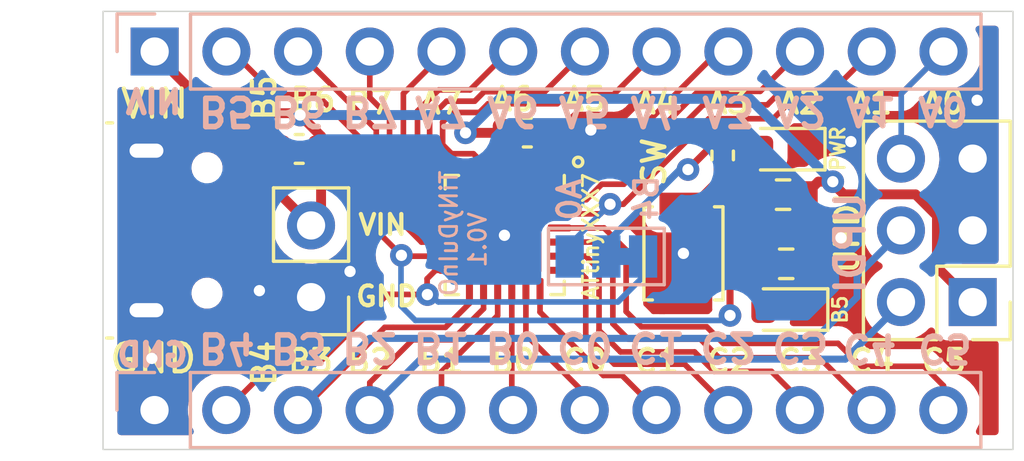
<source format=kicad_pcb>
(kicad_pcb (version 20211014) (generator pcbnew)
  (layers (0 "F.Cu" signal) (31 "B.Cu" signal) (34 "B.Paste" user) (35 "F.Paste" user) (36 "B.SilkS" user "B.Silkscreen") (37 "F.SilkS" user "F.Silkscreen") (38 "B.Mask" user) (39 "F.Mask" user) (44 "Edge.Cuts" user))
  (net 0 "")
  (net 1 "GND")
  (net 2 "Net-(D1-Pad2)")
  (net 3 "Net-(D2-Pad2)")
  (net 4 "Net-(R3-Pad2)")
  (net 5 "/B5")
  (net 6 "/B4")
  (net 7 "/B3")
  (net 8 "/B2")
  (net 9 "/B1")
  (net 10 "/C0")
  (net 11 "/C1")
  (net 12 "/C2")
  (net 13 "/C3")
  (net 14 "/A0")
  (net 15 "/B0")
  (net 16 "/A7")
  (net 17 "/A6")
  (net 18 "/A5")
  (net 19 "/A4")
  (net 20 "/A3")
  (net 21 "/A2")
  (net 22 "/A1")
  (net 23 "/B6")
  (net 24 "/B7")
  (net 25 "/C4")
  (net 26 "/C5")
  (net 27 "/sw_p")
  (net 28 "/VCC")
  (footprint "LED_SMD:LED_0603_1608Metric" (layer "F.Cu") (at 134.02 72.04 180)
    (fp_text reference "D1" hide)
    (fp_text value "PWR" hide)
    (fp_line (start 0.8 -0.735) (end -1.485 -0.735) (layer "F.SilkS") (width 0.12))
    (fp_line (start -1.485 0.735) (end 0.8 0.735) (layer "F.SilkS") (width 0.12))
    (fp_line (start -1.485 -0.735) (end -1.485 0.735) (layer "F.SilkS") (width 0.12))
    (pad "1" smd roundrect (at -0.7875 0 180) (size 0.875 0.95) (layers "F.Cu" "F.Paste" "F.Mask") (net 1 "GND"))
    (pad "2" smd roundrect (at 0.7875 0 180) (size 0.875 0.95) (layers "F.Cu" "F.Paste" "F.Mask") (net 2 "Net-(D1-Pad2)"))
  )
  (footprint "Connector_PinHeader_2.54mm:PinHeader_2x03_P2.54mm_Vertical" (layer "F.Cu") (at 140.735 77.455 180)
    (fp_text reference "J3" hide)
    (fp_text value "UPDI" hide)
    (fp_line (start -1.33 0) (end -1.33 -1.33) (layer "F.SilkS") (width 0.12))
    (fp_line (start -1.33 -1.33) (end 0 -1.33) (layer "F.SilkS") (width 0.12))
    (fp_line (start 3.87 -1.33) (end 3.87 6.41) (layer "F.SilkS") (width 0.12))
    (fp_line (start -1.33 1.27) (end -1.33 6.41) (layer "F.SilkS") (width 0.12))
    (fp_line (start -1.33 1.27) (end 1.27 1.27) (layer "F.SilkS") (width 0.12))
    (fp_line (start -1.33 6.41) (end 3.87 6.41) (layer "F.SilkS") (width 0.12))
    (fp_line (start 1.27 -1.33) (end 3.87 -1.33) (layer "F.SilkS") (width 0.12))
    (fp_line (start 1.27 1.27) (end 1.27 -1.33) (layer "F.SilkS") (width 0.12))
    (pad "1" thru_hole rect (at 0 0 180) (size 1.7 1.7) (drill 1) (layers *.Cu *.Mask) (net 28 "/VCC"))
    (pad "2" thru_hole oval (at 2.54 0 180) (size 1.7 1.7) (drill 1) (layers *.Cu *.Mask) (net 8 "/B2"))
    (pad "3" thru_hole oval (at 0 2.54 180) (size 1.7 1.7) (drill 1) (layers *.Cu *.Mask) (net 1 "GND"))
    (pad "4" thru_hole oval (at 2.54 2.54 180) (size 1.7 1.7) (drill 1) (layers *.Cu *.Mask) (net 7 "/B3"))
    (pad "5" thru_hole oval (at 0 5.08 180) (size 1.7 1.7) (drill 1) (layers *.Cu *.Mask) (net 1 "GND"))
    (pad "6" thru_hole oval (at 2.54 5.08 180) (size 1.7 1.7) (drill 1) (layers *.Cu *.Mask) (net 14 "/A0"))
  )
  (footprint "Capacitor_SMD:C_0603_1608Metric" (layer "F.Cu") (at 116.88 72.03 180)
    (fp_text reference "C1" hide)
    (fp_text value "10u" hide)
    (fp_line (start -0.14058 -0.51) (end 0.14058 -0.51) (layer "F.SilkS") (width 0.12))
    (fp_line (start -0.14058 0.51) (end 0.14058 0.51) (layer "F.SilkS") (width 0.12))
    (pad "1" smd roundrect (at -0.775 0 180) (size 0.9 0.95) (layers "F.Cu" "F.Paste" "F.Mask") (net 28 "/VCC"))
    (pad "2" smd roundrect (at 0.775 0 180) (size 0.9 0.95) (layers "F.Cu" "F.Paste" "F.Mask") (net 1 "GND"))
  )
  (footprint "Resistor_SMD:R_0603_1608Metric" (layer "F.Cu") (at 134.02 73.65)
    (fp_text reference "R1" hide)
    (fp_text value "1k" hide)
    (fp_line (start -0.237258 0.5225) (end 0.237258 0.5225) (layer "F.SilkS") (width 0.12))
    (fp_line (start -0.237258 -0.5225) (end 0.237258 -0.5225) (layer "F.SilkS") (width 0.12))
    (pad "1" smd roundrect (at -0.825 0) (size 0.8 0.95) (layers "F.Cu" "F.Paste" "F.Mask") (net 2 "Net-(D1-Pad2)"))
    (pad "2" smd roundrect (at 0.825 0) (size 0.8 0.95) (layers "F.Cu" "F.Paste" "F.Mask") (net 28 "/VCC"))
  )
  (footprint "Capacitor_SMD:C_0603_1608Metric" (layer "F.Cu") (at 124.96 71.45)
    (fp_text reference "C2" hide)
    (fp_text value "100n" hide)
    (fp_line (start -0.14058 0.51) (end 0.14058 0.51) (layer "F.SilkS") (width 0.12))
    (fp_line (start -0.14058 -0.51) (end 0.14058 -0.51) (layer "F.SilkS") (width 0.12))
    (pad "1" smd roundrect (at -0.775 0) (size 0.9 0.95) (layers "F.Cu" "F.Paste" "F.Mask") (net 28 "/VCC"))
    (pad "2" smd roundrect (at 0.775 0) (size 0.9 0.95) (layers "F.Cu" "F.Paste" "F.Mask") (net 1 "GND"))
  )
  (footprint "LED_SMD:LED_0603_1608Metric" (layer "F.Cu") (at 134.12 77.72 180)
    (fp_text reference "D2" hide)
    (fp_text value "B5" hide)
    (fp_line (start 0.8 -0.735) (end -1.485 -0.735) (layer "F.SilkS") (width 0.12))
    (fp_line (start -1.485 -0.735) (end -1.485 0.735) (layer "F.SilkS") (width 0.12))
    (fp_line (start -1.485 0.735) (end 0.8 0.735) (layer "F.SilkS") (width 0.12))
    (pad "1" smd roundrect (at -0.7875 0 180) (size 0.875 0.95) (layers "F.Cu" "F.Paste" "F.Mask") (net 1 "GND"))
    (pad "2" smd roundrect (at 0.7875 0 180) (size 0.875 0.95) (layers "F.Cu" "F.Paste" "F.Mask") (net 3 "Net-(D2-Pad2)"))
  )
  (footprint "Resistor_SMD:R_0402_1005Metric" (layer "F.Cu") (at 131.88 72.26 -90)
    (fp_text reference "R3" hide)
    (fp_text value "1k" hide)
    (fp_line (start -0.153641 -0.38) (end 0.153641 -0.38) (layer "F.SilkS") (width 0.12))
    (fp_line (start -0.153641 0.38) (end 0.153641 0.38) (layer "F.SilkS") (width 0.12))
    (pad "1" smd roundrect (at -0.51 0 270) (size 0.54 0.64) (layers "F.Cu" "F.Paste" "F.Mask") (net 27 "/sw_p"))
    (pad "2" smd roundrect (at 0.51 0 270) (size 0.54 0.64) (layers "F.Cu" "F.Paste" "F.Mask") (net 4 "Net-(R3-Pad2)"))
  )
  (footprint "Package_DFN_QFN:QFN-24-1EP_4x4mm_P0.5mm_EP2.6x2.6mm" (layer "F.Cu") (at 124.16 75.08 -90)
    (fp_text reference "U1" hide)
    (fp_text value "ATtiny1617-M" hide)
    (fp_line (start 1.635 -2.11) (end 2.11 -2.11) (layer "F.SilkS") (width 0.12))
    (fp_line (start 1.635 2.11) (end 2.11 2.11) (layer "F.SilkS") (width 0.12))
    (fp_line (start -1.635 2.11) (end -2.11 2.11) (layer "F.SilkS") (width 0.12))
    (fp_line (start -2.11 2.11) (end -2.11 1.635) (layer "F.SilkS") (width 0.12))
    (fp_line (start 2.11 -2.11) (end 2.11 -1.635) (layer "F.SilkS") (width 0.12))
    (fp_line (start -1.635 -2.11) (end -2.11 -2.11) (layer "F.SilkS") (width 0.12))
    (fp_line (start 2.11 2.11) (end 2.11 1.635) (layer "F.SilkS") (width 0.12))
    (pad "1" smd roundrect (at -1.9375 -1.25 270) (size 0.825 0.25) (layers "F.Cu" "F.Paste" "F.Mask") (net 21 "/A2"))
    (pad "2" smd roundrect (at -1.9375 -0.75 270) (size 0.825 0.25) (layers "F.Cu" "F.Paste" "F.Mask") (net 20 "/A3"))
    (pad "3" smd roundrect (at -1.9375 -0.25 270) (size 0.825 0.25) (layers "F.Cu" "F.Paste" "F.Mask") (net 1 "GND"))
    (pad "4" smd roundrect (at -1.9375 0.25 270) (size 0.825 0.25) (layers "F.Cu" "F.Paste" "F.Mask") (net 28 "/VCC"))
    (pad "5" smd roundrect (at -1.9375 0.75 270) (size 0.825 0.25) (layers "F.Cu" "F.Paste" "F.Mask") (net 19 "/A4"))
    (pad "6" smd roundrect (at -1.9375 1.25 270) (size 0.825 0.25) (layers "F.Cu" "F.Paste" "F.Mask") (net 18 "/A5"))
    (pad "7" smd roundrect (at -1.25 1.9375 270) (size 0.25 0.825) (layers "F.Cu" "F.Paste" "F.Mask") (net 17 "/A6"))
    (pad "8" smd roundrect (at -0.75 1.9375 270) (size 0.25 0.825) (layers "F.Cu" "F.Paste" "F.Mask") (net 16 "/A7"))
    (pad "9" smd roundrect (at -0.25 1.9375 270) (size 0.25 0.825) (layers "F.Cu" "F.Paste" "F.Mask") (net 24 "/B7"))
    (pad "10" smd roundrect (at 0.25 1.9375 270) (size 0.25 0.825) (layers "F.Cu" "F.Paste" "F.Mask") (net 23 "/B6"))
    (pad "11" smd roundrect (at 0.75 1.9375 270) (size 0.25 0.825) (layers "F.Cu" "F.Paste" "F.Mask") (net 5 "/B5"))
    (pad "12" smd roundrect (at 1.25 1.9375 270) (size 0.25 0.825) (layers "F.Cu" "F.Paste" "F.Mask") (net 6 "/B4"))
    (pad "13" smd roundrect (at 1.9375 1.25 270) (size 0.825 0.25) (layers "F.Cu" "F.Paste" "F.Mask") (net 7 "/B3"))
    (pad "14" smd roundrect (at 1.9375 0.75 270) (size 0.825 0.25) (layers "F.Cu" "F.Paste" "F.Mask") (net 8 "/B2"))
    (pad "15" smd roundrect (at 1.9375 0.25 270) (size 0.825 0.25) (layers "F.Cu" "F.Paste" "F.Mask") (net 9 "/B1"))
    (pad "16" smd roundrect (at 1.9375 -0.25 270) (size 0.825 0.25) (layers "F.Cu" "F.Paste" "F.Mask") (net 15 "/B0"))
    (pad "17" smd roundrect (at 1.9375 -0.75 270) (size 0.825 0.25) (layers "F.Cu" "F.Paste" "F.Mask") (net 10 "/C0"))
    (pad "18" smd roundrect (at 1.9375 -1.25 270) (size 0.825 0.25) (layers "F.Cu" "F.Paste" "F.Mask") (net 11 "/C1"))
    (pad "19" smd roundrect (at 1.25 -1.9375 270) (size 0.25 0.825) (layers "F.Cu" "F.Paste" "F.Mask") (net 12 "/C2"))
    (pad "20" smd roundrect (at 0.75 -1.9375 270) (size 0.25 0.825) (layers "F.Cu" "F.Paste" "F.Mask") (net 13 "/C3"))
    (pad "21" smd roundrect (at 0.25 -1.9375 270) (size 0.25 0.825) (layers "F.Cu" "F.Paste" "F.Mask") (net 25 "/C4"))
    (pad "22" smd roundrect (at -0.25 -1.9375 270) (size 0.25 0.825) (layers "F.Cu" "F.Paste" "F.Mask") (net 26 "/C5"))
    (pad "23" smd roundrect (at -0.75 -1.9375 270) (size 0.25 0.825) (layers "F.Cu" "F.Paste" "F.Mask") (net 14 "/A0"))
    (pad "24" smd roundrect (at -1.25 -1.9375 270) (size 0.25 0.825) (layers "F.Cu" "F.Paste" "F.Mask") (net 22 "/A1"))
    (pad "25" smd rect (at 0 0 270) (size 2.6 2.6) (layers "F.Cu" "F.Mask") (net 1 "GND"))
  )
  (footprint "Resistor_SMD:R_0603_1608Metric" (layer "F.Cu") (at 134.13 76.1 180)
    (fp_text reference "R2" hide)
    (fp_text value "1k" hide)
    (fp_line (start -0.237258 -0.5225) (end 0.237258 -0.5225) (layer "F.SilkS") (width 0.12))
    (fp_line (start -0.237258 0.5225) (end 0.237258 0.5225) (layer "F.SilkS") (width 0.12))
    (pad "1" smd roundrect (at -0.825 0 180) (size 0.8 0.95) (layers "F.Cu" "F.Paste" "F.Mask") (net 3 "Net-(D2-Pad2)"))
    (pad "2" smd roundrect (at 0.825 0 180) (size 0.8 0.95) (layers "F.Cu" "F.Paste" "F.Mask") (net 5 "/B5"))
  )
  (footprint "Connector_PinHeader_2.54mm:PinHeader_1x02_P2.54mm_Vertical" (layer "F.Cu") (at 117.3 77.28 180)
    (fp_text reference "J2" hide)
    (fp_text value "PWR_CONN" hide)
    (fp_line (start -1.33 -1.33) (end 0 -1.33) (layer "F.SilkS") (width 0.12))
    (fp_line (start -1.33 3.87) (end 1.33 3.87) (layer "F.SilkS") (width 0.12))
    (fp_line (start 1.33 1.27) (end 1.33 3.87) (layer "F.SilkS") (width 0.12))
    (fp_line (start -1.33 1.27) (end -1.33 3.87) (layer "F.SilkS") (width 0.12))
    (fp_line (start -1.33 1.27) (end 1.33 1.27) (layer "F.SilkS") (width 0.12))
    (fp_line (start -1.33 0) (end -1.33 -1.33) (layer "F.SilkS") (width 0.12))
    (pad "1" thru_hole rect (at 0 0 180) (size 1.7 1.7) (drill 1) (layers *.Cu *.Mask) (net 1 "GND"))
    (pad "2" thru_hole oval (at 0 2.54 180) (size 1.7 1.7) (drill 1) (layers *.Cu *.Mask) (net 28 "/VCC"))
  )
  (footprint "Button_Switch_SMD:SW_SPST_B3U-1000P" (layer "F.Cu") (at 130.49 75.73 -90)
    (fp_text reference "SW1" hide)
    (fp_text value "SW" hide)
    (fp_line (start 1.65 -1.4) (end 1.65 -1.1) (layer "F.SilkS") (width 0.12))
    (fp_line (start -1.65 1.1) (end -1.65 1.4) (layer "F.SilkS") (width 0.12))
    (fp_line (start -1.65 -1.4) (end 1.65 -1.4) (layer "F.SilkS") (width 0.12))
    (fp_line (start -1.65 -1.1) (end -1.65 -1.4) (layer "F.SilkS") (width 0.12))
    (fp_line (start 1.65 1.4) (end 1.65 1.1) (layer "F.SilkS") (width 0.12))
    (fp_line (start -1.65 1.4) (end 1.65 1.4) (layer "F.SilkS") (width 0.12))
    (pad "1" smd rect (at -1.7 0 270) (size 0.9 1.7) (layers "F.Cu" "F.Paste" "F.Mask") (net 4 "Net-(R3-Pad2)"))
    (pad "2" smd rect (at 1.7 0 270) (size 0.9 1.7) (layers "F.Cu" "F.Paste" "F.Mask") (net 1 "GND"))
  )
  (footprint "MUP-U513:MUP-U513" (layer "F.Cu") (at 112.42 74.9174 -90)
    (fp_text reference "J1" hide)
    (fp_text value "USB_B_Micro" hide)
    (fp_line (start 3.81 2.36) (end 3.81 2.15) (layer "F.SilkS") (width 0.12))
    (fp_line (start -3.81 2.36) (end -3.81 2.15) (layer "F.SilkS") (width 0.12))
    (pad "" np_thru_hole circle (at 2.222 -1.2 270) (size 0.6 0.6) (drill 0.6) (layers F&B.Cu *.Mask) (clearance 0.001))
    (pad "" np_thru_hole circle (at -2.222 -1.2 270) (size 0.6 0.6) (drill 0.6) (layers F&B.Cu *.Mask) (clearance 0.001))
    (pad "1" smd rect (at -1.3 -1.775 270) (size 0.4 1.45) (layers "F.Cu" "F.Paste" "F.Mask") (net 28 "/VCC"))
    (pad "2" smd rect (at -0.65 -1.775 270) (size 0.4 1.45) (layers "F.Cu" "F.Paste" "F.Mask"))
    (pad "3" smd rect (at 0 -1.775 270) (size 0.4 1.45) (layers "F.Cu" "F.Paste" "F.Mask"))
    (pad "4" smd rect (at 0.65 -1.775 270) (size 0.4 1.45) (layers "F.Cu" "F.Paste" "F.Mask"))
    (pad "5" smd rect (at 1.3 -1.775 270) (size 0.4 1.45) (layers "F.Cu" "F.Paste" "F.Mask") (net 1 "GND"))
    (pad "6" smd rect (at 3.6 -1.6 270) (size 1.5 1.6) (layers "F.Cu" "F.Paste" "F.Mask") (net 1 "GND"))
    (pad "6" smd rect (at -1.05 0.95 270) (size 1.6 1.9) (layers "F.Cu" "F.Paste" "F.Mask") (net 1 "GND"))
    (pad "6" smd rect (at 1.05 0.95 270) (size 1.6 1.9) (layers "F.Cu" "F.Paste" "F.Mask") (net 1 "GND"))
    (pad "6" thru_hole oval (at 2.825 0.95 270) (size 1.1 1.8) (drill oval 0.5 1.2) (layers *.Cu *.Mask) (net 1 "GND"))
    (pad "6" smd rect (at -3.6 -1.6 270) (size 1.5 1.6) (layers "F.Cu" "F.Paste" "F.Mask") (net 1 "GND"))
    (pad "6" thru_hole oval (at -2.825 0.95 90) (size 1.1 1.8) (drill oval 0.5 1.2) (layers *.Cu *.Mask) (net 1 "GND"))
  )
  (footprint "Jumper:SolderJumper-3_P1.3mm_Bridged12_Pad1.0x1.5mm_NumberLabels" (layer "B.Cu") (at 127.76 75.84 180)
    (fp_text reference "JP1" hide)
    (fp_text value "SolderJumper")
    (fp_text user "B4" (at -1.42 2.07 90) (layer "B.SilkS") (effects (font (size 0.8 0.8)) (justify mirror)))
    (fp_text user "A0" (at 1.3 2.01 90) (layer "B.SilkS") (effects (font (size 0.8 0.8)) (justify mirror)))
    (fp_poly (pts (xy -0.9 0.3) (xy -0.4 0.3) (xy -0.4 -0.3) (xy -0.9 -0.3)) (layer "B.Cu") (width 0) (fill solid))
    (fp_line (start 2.05 1) (end 2.05 -1) (layer "B.SilkS") (width 0.12))
    (fp_line (start 2.05 -1) (end -2.05 -1) (layer "B.SilkS") (width 0.12))
    (fp_line (start -2.05 -1) (end -2.05 1) (layer "B.SilkS") (width 0.12))
    (fp_line (start -2.05 1) (end 2.05 1) (layer "B.SilkS") (width 0.12))
    (pad "1" smd rect (at -1.3 0 180) (size 1 1.5) (layers "B.Cu" "B.Mask") (net 6 "/B4"))
    (pad "2" smd rect (at 0 0 180) (size 1 1.5) (layers "B.Cu" "B.Mask") (net 27 "/sw_p"))
    (pad "3" smd rect (at 1.3 0 180) (size 1 1.5) (layers "B.Cu" "B.Mask") (net 14 "/A0"))
  )
  (footprint "Connector_PinHeader_2.54mm:PinHeader_1x12_P2.54mm_Vertical" (layer "B.Cu") (at 111.76 68.58 -90)
    (fp_text reference "J5" hide)
    (fp_text value "Conn" hide)
    (fp_line (start -1.33 -1.27) (end 1.33 -1.27) (layer "B.SilkS") (width 0.12))
    (fp_line (start 1.33 -1.27) (end 1.33 -29.27) (layer "B.SilkS") (width 0.12))
    (fp_line (start -1.33 -1.27) (end -1.33 -29.27) (layer "B.SilkS") (width 0.12))
    (fp_line (start -1.33 1.33) (end 0 1.33) (layer "B.SilkS") (width 0.12))
    (fp_line (start -1.33 0) (end -1.33 1.33) (layer "B.SilkS") (width 0.12))
    (fp_line (start -1.33 -29.27) (end 1.33 -29.27) (layer "B.SilkS") (width 0.12))
    (pad "1" thru_hole rect (at 0 0 270) (size 1.7 1.7) (drill 1) (layers *.Cu *.Mask) (net 28 "/VCC"))
    (pad "2" thru_hole oval (at 0 -2.54 270) (size 1.7 1.7) (drill 1) (layers *.Cu *.Mask) (net 5 "/B5"))
    (pad "3" thru_hole oval (at 0 -5.08 270) (size 1.7 1.7) (drill 1) (layers *.Cu *.Mask) (net 23 "/B6"))
    (pad "4" thru_hole oval (at 0 -7.62 270) (size 1.7 1.7) (drill 1) (layers *.Cu *.Mask) (net 24 "/B7"))
    (pad "5" thru_hole oval (at 0 -10.16 270) (size 1.7 1.7) (drill 1) (layers *.Cu *.Mask) (net 16 "/A7"))
    (pad "6" thru_hole oval (at 0 -12.7 270) (size 1.7 1.7) (drill 1) (layers *.Cu *.Mask) (net 17 "/A6"))
    (pad "7" thru_hole oval (at 0 -15.24 270) (size 1.7 1.7) (drill 1) (layers *.Cu *.Mask) (net 18 "/A5"))
    (pad "8" thru_hole oval (at 0 -17.78 270) (size 1.7 1.7) (drill 1) (layers *.Cu *.Mask) (net 19 "/A4"))
    (pad "9" thru_hole oval (at 0 -20.32 270) (size 1.7 1.7) (drill 1) (layers *.Cu *.Mask) (net 20 "/A3"))
    (pad "10" thru_hole oval (at 0 -22.86 270) (size 1.7 1.7) (drill 1) (layers *.Cu *.Mask) (net 21 "/A2"))
    (pad "11" thru_hole oval (at 0 -25.4 270) (size 1.7 1.7) (drill 1) (layers *.Cu *.Mask) (net 22 "/A1"))
    (pad "12" thru_hole oval (at 0 -27.94 270) (size 1.7 1.7) (drill 1) (layers *.Cu *.Mask) (net 14 "/A0"))
  )
  (footprint "Connector_PinHeader_2.54mm:PinHeader_1x12_P2.54mm_Vertical" (layer "B.Cu") (at 111.755 81.28 -90)
    (fp_text reference "J4" hide)
    (fp_text value "Conn" hide)
    (fp_line (start -1.33 -29.27) (end 1.33 -29.27) (layer "B.SilkS") (width 0.12))
    (fp_line (start 1.33 -1.27) (end 1.33 -29.27) (layer "B.SilkS") (width 0.12))
    (fp_line (start -1.33 -1.27) (end -1.33 -29.27) (layer "B.SilkS") (width 0.12))
    (fp_line (start -1.33 0) (end -1.33 1.33) (layer "B.SilkS") (width 0.12))
    (fp_line (start -1.33 1.33) (end 0 1.33) (layer "B.SilkS") (width 0.12))
    (fp_line (start -1.33 -1.27) (end 1.33 -1.27) (layer "B.SilkS") (width 0.12))
    (pad "1" thru_hole rect (at 0 0 270) (size 1.7 1.7) (drill 1) (layers *.Cu *.Mask) (net 1 "GND"))
    (pad "2" thru_hole oval (at 0 -2.54 270) (size 1.7 1.7) (drill 1) (layers *.Cu *.Mask) (net 6 "/B4"))
    (pad "3" thru_hole oval (at 0 -5.08 270) (size 1.7 1.7) (drill 1) (layers *.Cu *.Mask) (net 7 "/B3"))
    (pad "4" thru_hole oval (at 0 -7.62 270) (size 1.7 1.7) (drill 1) (layers *.Cu *.Mask) (net 8 "/B2"))
    (pad "5" thru_hole oval (at 0 -10.16 270) (size 1.7 1.7) (drill 1) (layers *.Cu *.Mask) (net 9 "/B1"))
    (pad "6" thru_hole oval (at 0 -12.7 270) (size 1.7 1.7) (drill 1) (layers *.Cu *.Mask) (net 15 "/B0"))
    (pad "7" thru_hole oval (at 0 -15.24 270) (size 1.7 1.7) (drill 1) (layers *.Cu *.Mask) (net 10 "/C0"))
    (pad "8" thru_hole oval (at 0 -17.78 270) (size 1.7 1.7) (drill 1) (layers *.Cu *.Mask) (net 11 "/C1"))
    (pad "9" thru_hole oval (at 0 -20.32 270) (size 1.7 1.7) (drill 1) (layers *.Cu *.Mask) (net 12 "/C2"))
    (pad "10" thru_hole oval (at 0 -22.86 270) (size 1.7 1.7) (drill 1) (layers *.Cu *.Mask) (net 13 "/C3"))
    (pad "11" thru_hole oval (at 0 -25.4 270) (size 1.7 1.7) (drill 1) (layers *.Cu *.Mask) (net 25 "/C4"))
    (pad "12" thru_hole oval (at 0 -27.94 270) (size 1.7 1.7) (drill 1) (layers *.Cu *.Mask) (net 26 "/C5"))
  )
  (gr_circle (center 126.76 72.49) (end 126.92 72.45) (layer "F.SilkS") (width 0.12) (fill none))
  (gr_rect (start 109.9312 67.1576) (end 142.1638 82.677) (layer "Edge.Cuts") (width 0.05) (fill none))
  (gr_text "A7" (at 121.91 70.69 180) (layer "B.SilkS") (effects (font (size 1 1) (thickness 0.2)) (justify mirror)))
  (gr_text "A6" (at 124.46 70.69 180) (layer "B.SilkS") (effects (font (size 1 1) (thickness 0.2)) (justify mirror)))
  (gr_text "A5" (at 127 70.69 180) (layer "B.SilkS") (effects (font (size 1 1) (thickness 0.2)) (justify mirror)))
  (gr_text "A4" (at 129.54 70.69 180) (layer "B.SilkS") (effects (font (size 1 1) (thickness 0.2)) (justify mirror)))
  (gr_text "A3" (at 132.08 70.69 180) (layer "B.SilkS") (effects (font (size 1 1) (thickness 0.2)) (justify mirror)))
  (gr_text "A2" (at 134.63 70.69 180) (layer "B.SilkS") (effects (font (size 1 1) (thickness 0.2)) (justify mirror)))
  (gr_text "A1" (at 137.14 70.68 180) (layer "B.SilkS") (effects (font (size 0.95 0.95) (thickness 0.2)) (justify mirror)))
  (gr_text "GND" (at 111.68 79.33) (layer "B.SilkS") (effects (font (size 0.8 0.8) (thickness 0.2)) (justify mirror)))
  (gr_text "VIN" (at 111.72 70.3 180) (layer "B.SilkS") (effects (font (size 0.8 0.8) (thickness 0.2)) (justify mirror)))
  (gr_text "B4" (at 114.31 79.07 180) (layer "B.SilkS") (effects (font (size 1 1) (thickness 0.2)) (justify mirror)))
  (gr_text "B3" (at 116.86 79.07 180) (layer "B.SilkS") (effects (font (size 1 1) (thickness 0.2)) (justify mirror)))
  (gr_text "B2" (at 119.39 79.06 180) (layer "B.SilkS") (effects (font (size 1 1) (thickness 0.2)) (justify mirror)))
  (gr_text "B1" (at 121.92 79.05 180) (layer "B.SilkS") (effects (font (size 1 1) (thickness 0.2)) (justify mirror)))
  (gr_text "B0" (at 124.47 79.04 180) (layer "B.SilkS") (effects (font (size 1 1) (thickness 0.2)) (justify mirror)))
  (gr_text "C0" (at 127 79.04 180) (layer "B.SilkS") (effects (font (size 1 1) (thickness 0.2)) (justify mirror)))
  (gr_text "C1" (at 129.55 79.04 180) (layer "B.SilkS") (effects (font (size 1 1) (thickness 0.2)) (justify mirror)))
  (gr_text "C2" (at 132.08 79.04 180) (layer "B.SilkS") (effects (font (size 1 1) (thickness 0.2)) (justify mirror)))
  (gr_text "A0" (at 139.69 70.68 180) (layer "B.SilkS") (effects (font (size 0.95 0.95) (thickness 0.2)) (justify mirror)))
  (gr_text "V0.1" (at 123.2 75.25 90) (layer "B.SilkS") (effects (font (size 0.6 0.6) (thickness 0.1)) (justify mirror)))
  (gr_text "UPDI" (at 136.4 75.37 90) (layer "B.SilkS") (effects (font (size 1 1) (thickness 0.2)) (justify mirror)))
  (gr_text "B6" (at 116.86 70.69 180) (layer "B.SilkS") (effects (font (size 1 1) (thickness 0.2)) (justify mirror)))
  (gr_text "C5" (at 139.75 79.09 180) (layer "B.SilkS") (effects (font (size 0.95 0.95) (thickness 0.2)) (justify mirror)))
  (gr_text "B7" (at 119.4 70.69 180) (layer "B.SilkS") (effects (font (size 1 1) (thickness 0.2)) (justify mirror)))
  (gr_text "TiNyDuInO" (at 122.18 75.02 90) (layer "B.SilkS") (effects (font (size 0.6 0.6) (thickness 0.1)) (justify mirror)))
  (gr_text "B5" (at 114.31 70.69 180) (layer "B.SilkS") (effects (font (size 1 1) (thickness 0.2)) (justify mirror)))
  (gr_text "C3" (at 134.63 79.04 180) (layer "B.SilkS") (effects (font (size 1 1) (thickness 0.2)) (justify mirror)))
  (gr_text "C4" (at 137.08 79.09 180) (layer "B.SilkS") (effects (font (size 0.95 0.95) (thickness 0.2)) (justify mirror)))
  (gr_text "B7" (at 119.38 70.38) (layer "F.SilkS") (effects (font (size 0.8 0.8))))
  (gr_text "A7" (at 121.92 70.38) (layer "F.SilkS") (effects (font (size 0.8 0.8))))
  (gr_text "B3" (at 117.28 79.55) (layer "F.SilkS") (effects (font (size 0.8 0.8))))
  (gr_text "B2" (at 119.37 79.55) (layer "F.SilkS") (effects (font (size 0.8 0.8))))
  (gr_text "B1" (at 121.91 79.55) (layer "F.SilkS") (effects (font (size 0.8 0.8))))
  (gr_text "GND" (at 111.7092 79.4512) (layer "F.SilkS") (effects (font (size 1 1))))
  (gr_text "VIN" (at 111.76 70.4342) (layer "F.SilkS") (effects (font (size 1 1))))
  (gr_text "C1" (at 129.54 79.55) (layer "F.SilkS") (effects (font (size 0.8 0.8))))
  (gr_text "B4" (at 115.64 79.62 90) (layer "F.SilkS") (effects (font (size 0.8 0.8))))
  (gr_text "B6" (at 117.37 70.3) (layer "F.SilkS") (effects (font (size 0.8 0.8))))
  (gr_text "A0" (at 139.7 70.38) (layer "F.SilkS") (effects (font (size 0.8 0.8))))
  (gr_text "C4" (at 137.17 79.55) (layer "F.SilkS") (effects (font (size 0.8 0.8))))
  (gr_text "A2" (at 134.62 70.38) (layer "F.SilkS") (effects (font (size 0.8 0.8))))
  (gr_text "B0" (at 124.46 79.55) (layer "F.SilkS") (effects (font (size 0.8 0.8))))
  (gr_text "ATtinyXXX7" (at 127.21 75.13 90) (layer "F.SilkS") (effects (font (size 0.55 0.55) (thickness 0.1))))
  (gr_text "C5" (at 139.71 79.55) (layer "F.SilkS") (effects (font (size 0.8 0.8))))
  (gr_text "B5" (at 115.64 70.22 90) (layer "F.SilkS") (effects (font (size 0.8 0.8))))
  (gr_text "B5" (at 136.04 77.72 90) (layer "F.SilkS") (effects (font (size 0.5 0.5) (thickness 0.1))))
  (gr_text "SW" (at 129.45 72.49 90) (layer "F.SilkS") (effects (font (size 0.8 0.8))))
  (gr_text "A4" (at 129.54 70.38) (layer "F.SilkS") (effects (font (size 0.8 0.8))))
  (gr_text "C2" (at 132.11 79.55) (layer "F.SilkS") (effects (font (size 0.8 0.8))))
  (gr_text "A1" (at 137.15 70.38) (layer "F.SilkS") (effects (font (size 0.8 0.8))))
  (gr_text "A5" (at 127 70.27) (layer "F.SilkS") (effects (font (size 0.8 0.8))))
  (gr_text "UPDI" (at 136.29 75.01 90) (layer "F.SilkS") (effects (font (size 0.8 0.8))))
  (gr_text "C0" (at 127 79.55) (layer "F.SilkS") (effects (font (size 0.8 0.8))))
  (gr_text "GND" (at 119.98 77.25) (layer "F.SilkS") (effects (font (size 0.7 0.7))))
  (gr_text "VIN" (at 119.83 74.72) (layer "F.SilkS") (effects (font (size 0.7 0.7))))
  (gr_text "PWR" (at 135.96 72.02 90) (layer "F.SilkS") (effects (font (size 0.5 0.5) (thickness 0.1))))
  (gr_text "C3" (at 134.63 79.55) (layer "F.SilkS") (effects (font (size 0.8 0.8))))
  (gr_text "A3" (at 132.08 70.38) (layer "F.SilkS") (effects (font (size 0.8 0.8))))
  (gr_text "A6" (at 124.45 70.27) (layer "F.SilkS") (effects (font (size 0.8 0.8))))
  (segment (start 132.12 74.86) (end 131.25 75.73) (width 0.35) (layer "F.Cu") (net 1))
  (segment (start 129.43 77.78) (end 131.35 77.78) (width 0.2) (layer "F.Cu") (net 1))
  (segment (start 129.43 77.78) (end 129.17 77.52) (width 0.2) (layer "F.Cu") (net 1))
  (segment (start 136.24 75.21) (end 135.88 74.86) (width 0.35) (layer "F.Cu") (net 1))
  (segment (start 129.81 77.78) (end 129.43 77.78) (width 0.2) (layer "F.Cu") (net 1))
  (segment (start 125.55 71.45) (end 124.41 72.59) (width 0.2) (layer "F.Cu") (net 1))
  (segment (start 131.25 75.73) (end 130.49 75.73) (width 0.35) (layer "F.Cu") (net 1))
  (segment (start 135.88 74.86) (end 132.12 74.86) (width 0.35) (layer "F.Cu") (net 1))
  (segment (start 130.49 77.43) (end 130.16 77.43) (width 0.2) (layer "F.Cu") (net 1))
  (segment (start 131.35 77.78) (end 131.41 77.72) (width 0.2) (layer "F.Cu") (net 1))
  (segment (start 131.41 77.72) (end 131.41 77.12) (width 0.2) (layer "F.Cu") (net 1))
  (segment (start 124.41 72.59) (end 124.41 73.1425) (width 0.2) (layer "F.Cu") (net 1))
  (segment (start 130.16 77.43) (end 129.81 77.78) (width 0.2) (layer "F.Cu") (net 1))
  (segment (start 115.6526 76.2174) (end 114.1902 76.2174) (width 0.35) (layer "F.Cu") (net 1))
  (segment (start 130.49 76.1) (end 130.49 75.73) (width 0.2) (layer "F.Cu") (net 1))
  (segment (start 129.17 77.42) (end 130.49 76.1) (width 0.2) (layer "F.Cu") (net 1))
  (segment (start 125.7325 71.45) (end 125.55 71.45) (width 0.2) (layer "F.Cu") (net 1))
  (segment (start 129.17 77.52) (end 129.17 77.42) (width 0.2) (layer "F.Cu") (net 1))
  (via (at 127.21 71.36) (size 0.8) (drill 0.4) (layers "F.Cu" "B.Cu") (net 1))
  (via (at 118.68 76.37) (size 0.8) (drill 0.4) (layers "F.Cu" "B.Cu") (net 1))
  (via (at 111.66 79.45) (size 0.8) (drill 0.4) (layers "F.Cu" "B.Cu") (net 1))
  (via (at 130.49 75.73) (size 0.8) (drill 0.4) (layers "F.Cu" "B.Cu") (net 1))
  (via (at 140.8938 70.3072) (size 0.8) (drill 0.4) (layers "F.Cu" "B.Cu") (net 1))
  (via (at 136.42 71.77) (size 0.8) (drill 0.4) (layers "F.Cu" "B.Cu") (net 1))
  (via (at 115.47 77.05) (size 0.8) (drill 0.4) (layers "F.Cu" "B.Cu") (net 1))
  (via (at 124.15 75.09) (size 0.8) (drill 0.4) (layers "F.Cu" "B.Cu") (net 1))
  (via (at 136.07 75.18) (size 0.8) (drill 0.4) (layers "F.Cu" "B.Cu") (net 1))
  (segment (start 133.2325 73.63) (end 133.2325 72.01) (width 0.25) (layer "F.Cu") (net 2))
  (segment (start 133.3325 77.675) (end 134.9075 76.1) (width 0.25) (layer "F.Cu") (net 3))
  (segment (start 133.3325 77.72) (end 133.3325 77.675) (width 0.25) (layer "F.Cu") (net 3))
  (segment (start 130.8 74.03) (end 132.06 72.77) (width 0.25) (layer "F.Cu") (net 4))
  (segment (start 130.49 74.03) (end 130.8 74.03) (width 0.25) (layer "F.Cu") (net 4))
  (segment (start 119.16 71.7636) (end 117.5004 70.104) (width 0.2) (layer "F.Cu") (net 5))
  (segment (start 116.0272 70.104) (end 114.5032 68.58) (width 0.2) (layer "F.Cu") (net 5))
  (segment (start 122.2225 75.83) (end 120.53 75.83) (width 0.2) (layer "F.Cu") (net 5))
  (segment (start 120.5 75.8) (end 119.16 74.46) (width 0.2) (layer "F.Cu") (net 5))
  (segment (start 119.16 74.46) (end 119.16 71.7636) (width 0.2) (layer "F.Cu") (net 5))
  (segment (start 132.14 76.97) (end 132.14 77.93) (width 0.25) (layer "F.Cu") (net 5))
  (segment (start 133.3325 76.1) (end 133.01 76.1) (width 0.25) (layer "F.Cu") (net 5))
  (segment (start 133.01 76.1) (end 132.14 76.97) (width 0.25) (layer "F.Cu") (net 5))
  (segment (start 114.5032 68.58) (end 114.3 68.58) (width 0.2) (layer "F.Cu") (net 5))
  (segment (start 120.53 75.83) (end 120.5 75.8) (width 0.2) (layer "F.Cu") (net 5))
  (segment (start 117.5004 70.104) (end 116.0272 70.104) (width 0.2) (layer "F.Cu") (net 5))
  (via (at 120.5 75.8) (size 0.8) (drill 0.4) (layers "F.Cu" "B.Cu") (net 5))
  (via (at 132.14 77.93) (size 0.8) (drill 0.4) (layers "F.Cu" "B.Cu") (net 5))
  (segment (start 120.995741 78.105) (end 131.965 78.105) (width 0.2) (layer "B.Cu") (net 5))
  (segment (start 131.965 78.105) (end 132.14 77.93) (width 0.2) (layer "B.Cu") (net 5))
  (segment (start 120.485378 77.594637) (end 120.995741 78.105) (width 0.2) (layer "B.Cu") (net 5))
  (segment (start 120.485378 75.814622) (end 120.5 75.8) (width 0.2) (layer "B.Cu") (net 5))
  (segment (start 120.485378 77.594637) (end 120.485378 75.814622) (width 0.2) (layer "B.Cu") (net 5))
  (segment (start 121.41 77.18) (end 121.42 77.19) (width 0.2) (layer "F.Cu") (net 6))
  (segment (start 121.42 77.19) (end 120.01 77.18) (width 0.2) (layer "F.Cu") (net 6))
  (segment (start 117.57 79.62) (end 115.96 79.62) (width 0.2) (layer "F.Cu") (net 6))
  (segment (start 122.2225 76.33) (end 121.71 76.33) (width 0.2) (layer "F.Cu") (net 6))
  (segment (start 121.71 76.33) (end 121.41 76.63) (width 0.2) (layer "F.Cu") (net 6))
  (segment (start 115.96 79.62) (end 114.3 81.28) (width 0.2) (layer "F.Cu") (net 6))
  (segment (start 121.41 76.63) (end 121.41 77.18) (width 0.2) (layer "F.Cu") (net 6))
  (segment (start 120.01 77.18) (end 117.57 79.62) (width 0.2) (layer "F.Cu") (net 6))
  (via (at 121.42 77.19) (size 0.8) (drill 0.4) (layers "F.Cu" "B.Cu") (net 6))
  (segment (start 129.07 76.55) (end 129.07 76.1) (width 0.2) (layer "B.Cu") (net 6))
  (segment (start 128.17 77.45) (end 129.07 76.55) (width 0.2) (layer "B.Cu") (net 6))
  (segment (start 121.81 77.45) (end 128.17 77.45) (width 0.2) (layer "B.Cu") (net 6))
  (segment (start 121.42 77.19) (end 121.81 77.45) (width 0.2) (layer "B.Cu") (net 6))
  (segment (start 129.06 76.56) (end 129.06 75.84) (width 0.2) (layer "B.Cu") (net 6))
  (segment (start 128.17 77.45) (end 129.06 76.56) (width 0.2) (layer "B.Cu") (net 6))
  (segment (start 122.91 77.5) (end 122.06 78.35) (width 0.2) (layer "F.Cu") (net 7))
  (segment (start 116.98 81.28) (end 116.84 81.28) (width 0.2) (layer "F.Cu") (net 7))
  (segment (start 120.21 78.35) (end 119.91 78.35) (width 0.2) (layer "F.Cu") (net 7))
  (segment (start 122.06 78.35) (end 120.21 78.35) (width 0.2) (layer "F.Cu") (net 7))
  (segment (start 122.91 77.0175) (end 122.91 77.5) (width 0.2) (layer "F.Cu") (net 7))
  (segment (start 119.91 78.35) (end 116.98 81.28) (width 0.2) (layer "F.Cu") (net 7))
  (segment (start 116.84 81.28) (end 119.38 78.74) (width 0.25) (layer "B.Cu") (net 7))
  (segment (start 136.64 76.52) (end 138.205 74.955) (width 0.25) (layer "B.Cu") (net 7))
  (segment (start 119.38 78.74) (end 135.1788 78.74) (width 0.25) (layer "B.Cu") (net 7))
  (segment (start 135.1788 78.74) (end 136.64 77.2788) (width 0.25) (layer "B.Cu") (net 7))
  (segment (start 136.64 77.2788) (end 136.64 76.52) (width 0.25) (layer "B.Cu") (net 7))
  (segment (start 120.9 78.79) (end 119.38 80.31) (width 0.2) (layer "F.Cu") (net 8))
  (segment (start 122.31 78.79) (end 120.9 78.79) (width 0.2) (layer "F.Cu") (net 8))
  (segment (start 123.41 77.69) (end 122.31 78.79) (width 0.2) (layer "F.Cu") (net 8))
  (segment (start 119.38 80.31) (end 119.38 81.28) (width 0.2) (layer "F.Cu") (net 8))
  (segment (start 123.41 77.0175) (end 123.41 77.69) (width 0.2) (layer "F.Cu") (net 8))
  (segment (start 136.2234 79.4766) (end 138.205 77.495) (width 0.25) (layer "B.Cu") (net 8))
  (segment (start 121.1834 79.4766) (end 136.2234 79.4766) (width 0.25) (layer "B.Cu") (net 8))
  (segment (start 119.38 81.28) (end 121.1834 79.4766) (width 0.25) (layer "B.Cu") (net 8))
  (segment (start 123.91 77.93) (end 122.61 79.23) (width 0.2) (layer "F.Cu") (net 9))
  (segment (start 122.61 79.23) (end 121.92 79.92) (width 0.2) (layer "F.Cu") (net 9))
  (segment (start 121.92 79.92) (end 121.92 81.28) (width 0.2) (layer "F.Cu") (net 9))
  (segment (start 123.91 77.0175) (end 123.91 77.93) (width 0.2) (layer "F.Cu") (net 9))
  (segment (start 126.995 80.695) (end 124.91 78.61) (width 0.2) (layer "F.Cu") (net 10))
  (segment (start 126.995 81.28) (end 126.995 80.695) (width 0.2) (layer "F.Cu") (net 10))
  (segment (start 124.91 78.61) (end 124.91 77.0175) (width 0.2) (layer "F.Cu") (net 10))
  (segment (start 128.31392 80.05392) (end 129.54 81.28) (width 0.2) (layer "F.Cu") (net 11))
  (segment (start 125.41 77.81) (end 127.65392 80.05392) (width 0.2) (layer "F.Cu") (net 11))
  (segment (start 127.65392 80.05392) (end 128.31392 80.05392) (width 0.2) (layer "F.Cu") (net 11))
  (segment (start 125.41 77.0175) (end 125.41 77.81) (width 0.2) (layer "F.Cu") (net 11))
  (segment (start 128.0444 79.6544) (end 127.03 78.64) (width 0.2) (layer "F.Cu") (net 12))
  (segment (start 132.08 81.28) (end 132.08 81.2038) (width 0.2) (layer "F.Cu") (net 12))
  (segment (start 130.5306 79.6544) (end 128.0444 79.6544) (width 0.2) (layer "F.Cu") (net 12))
  (segment (start 132.08 81.2038) (end 130.5306 79.6544) (width 0.2) (layer "F.Cu") (net 12))
  (segment (start 126.75 76.33) (end 127.03 76.61) (width 0.2) (layer "F.Cu") (net 12))
  (segment (start 126.0975 76.33) (end 126.75 76.33) (width 0.2) (layer "F.Cu") (net 12))
  (segment (start 127.03 78.64) (end 127.03 76.61) (width 0.2) (layer "F.Cu") (net 12))
  (segment (start 130.8836 79.22) (end 131.572 79.9084) (width 0.2) (layer "F.Cu") (net 13))
  (segment (start 126.0975 75.83) (end 127.03 75.83) (width 0.2) (layer "F.Cu") (net 13))
  (segment (start 127.5 78.46) (end 128.26 79.22) (width 0.2) (layer "F.Cu") (net 13))
  (segment (start 127.5 76.3) (end 127.5 78.46) (width 0.2) (layer "F.Cu") (net 13))
  (segment (start 133.604 79.9084) (end 131.572 79.9084) (width 0.2) (layer "F.Cu") (net 13))
  (segment (start 134.62 81.28) (end 134.62 80.9244) (width 0.2) (layer "F.Cu") (net 13))
  (segment (start 134.62 80.9244) (end 133.604 79.9084) (width 0.2) (layer "F.Cu") (net 13))
  (segment (start 128.26 79.22) (end 130.8836 79.22) (width 0.2) (layer "F.Cu") (net 13))
  (segment (start 127.03 75.83) (end 127.5 76.3) (width 0.2) (layer "F.Cu") (net 13))
  (segment (start 138.2014 70.0786) (end 139.7 68.58) (width 0.2) (layer "F.Cu") (net 14))
  (segment (start 135.9296 70.5104) (end 136.3614 70.0786) (width 0.2) (layer "F.Cu") (net 14))
  (segment (start 128.515 73.835) (end 131.39 70.96) (width 0.2) (layer "F.Cu") (net 14))
  (segment (start 126.0975 74.33) (end 127.55 74.33) (width 0.2) (layer "F.Cu") (net 14))
  (segment (start 131.39 70.96) (end 133.67 70.96) (width 0.2) (layer "F.Cu") (net 14))
  (segment (start 128.36 73.99) (end 128.515 73.835) (width 0.2) (layer "F.Cu") (net 14))
  (segment (start 136.3614 70.0786) (end 138.2014 70.0786) (width 0.2) (layer "F.Cu") (net 14))
  (segment (start 134.1196 70.5104) (end 135.9296 70.5104) (width 0.2) (layer "F.Cu") (net 14))
  (segment (start 127.89 73.99) (end 128.36 73.99) (width 0.2) (layer "F.Cu") (net 14))
  (segment (start 133.67 70.96) (end 134.1196 70.5104) (width 0.2) (layer "F.Cu") (net 14))
  (segment (start 127.55 74.33) (end 127.89 73.99) (width 0.2) (layer "F.Cu") (net 14))
  (via (at 127.89 73.99) (size 0.8) (drill 0.4) (layers "F.Cu" "B.Cu") (net 14))
  (segment (start 126.46 75.290978) (end 126.46 75.84) (width 0.2) (layer "B.Cu") (net 14))
  (segment (start 138.205 70.075) (end 138.205 72.415) (width 0.2) (layer "B.Cu") (net 14))
  (segment (start 139.7 68.58) (end 138.205 70.075) (width 0.2) (layer "B.Cu") (net 14))
  (segment (start 126.46 75.42) (end 126.46 75.84) (width 0.2) (layer "B.Cu") (net 14))
  (segment (start 127.89 73.99) (end 126.46 75.42) (width 0.2) (layer "B.Cu") (net 14))
  (segment (start 124.41 77.0175) (end 124.41 81.235) (width 0.2) (layer "F.Cu") (net 15))
  (segment (start 124.41 81.235) (end 124.455 81.28) (width 0.2) (layer "F.Cu") (net 15))
  (segment (start 121.63 74.33) (end 120.57 73.27) (width 0.2) (layer "F.Cu") (net 16))
  (segment (start 120.57 73.27) (end 120.57 70.07) (width 0.2) (layer "F.Cu") (net 16))
  (segment (start 122.2225 74.33) (end 121.63 74.33) (width 0.2) (layer "F.Cu") (net 16))
  (segment (start 121.92 68.72) (end 121.92 68.58) (width 0.2) (layer "F.Cu") (net 16))
  (segment (start 120.57 70.07) (end 121.92 68.72) (width 0.2) (layer "F.Cu") (net 16))
  (segment (start 121.07 70.69) (end 121.82 69.94) (width 0.2) (layer "F.Cu") (net 17))
  (segment (start 121.81 73.83) (end 121.07 73.09) (width 0.2) (layer "F.Cu") (net 17))
  (segment (start 122.93 69.94) (end 124.29 68.58) (width 0.2) (layer "F.Cu") (net 17))
  (segment (start 122.2225 73.83) (end 121.81 73.83) (width 0.2) (layer "F.Cu") (net 17))
  (segment (start 121.07 73.09) (end 121.07 70.69) (width 0.2) (layer "F.Cu") (net 17))
  (segment (start 121.82 69.94) (end 122.93 69.94) (width 0.2) (layer "F.Cu") (net 17))
  (segment (start 124.29 68.58) (end 124.46 68.58) (width 0.2) (layer "F.Cu") (net 17))
  (segment (start 122.91 73.1425) (end 122.91 72.72) (width 0.2) (layer "F.Cu") (net 18))
  (segment (start 125.5776 70.0024) (end 123.432606 70.0024) (width 0.2) (layer "F.Cu") (net 18))
  (segment (start 122.10048 70.33952) (end 121.5 70.94) (width 0.2) (layer "F.Cu") (net 18))
  (segment (start 127 68.58) (end 125.5776 70.0024) (width 0.2) (layer "F.Cu") (net 18))
  (segment (start 122.91 72.72) (end 122.79 72.6) (width 0.2) (layer "F.Cu") (net 18))
  (segment (start 123.432606 70.0024) (end 123.095486 70.33952) (width 0.2) (layer "F.Cu") (net 18))
  (segment (start 121.87 72.6) (end 121.5 72.23) (width 0.2) (layer "F.Cu") (net 18))
  (segment (start 122.79 72.6) (end 121.87 72.6) (width 0.2) (layer "F.Cu") (net 18))
  (segment (start 123.095486 70.33952) (end 122.10048 70.33952) (width 0.2) (layer "F.Cu") (net 18))
  (segment (start 121.5 70.94) (end 121.5 72.23) (width 0.2) (layer "F.Cu") (net 18))
  (segment (start 123.05048 72.20048) (end 122.28048 72.20048) (width 0.2) (layer "F.Cu") (net 19))
  (segment (start 123.570012 70.43) (end 126.02 70.43) (width 0.2) (layer "F.Cu") (net 19))
  (segment (start 121.96 71.88) (end 121.96 71.08) (width 0.2) (layer "F.Cu") (net 19))
  (segment (start 126.346 70.104) (end 128.016 70.104) (width 0.2) (layer "F.Cu") (net 19))
  (segment (start 121.96 71.08) (end 122.30096 70.73904) (width 0.2) (layer "F.Cu") (net 19))
  (segment (start 128.016 70.104) (end 129.54 68.58) (width 0.2) (layer "F.Cu") (net 19))
  (segment (start 123.41 73.1425) (end 123.41 72.56) (width 0.2) (layer "F.Cu") (net 19))
  (segment (start 122.30096 70.73904) (end 123.260972 70.73904) (width 0.2) (layer "F.Cu") (net 19))
  (segment (start 126.02 70.43) (end 126.346 70.104) (width 0.2) (layer "F.Cu") (net 19))
  (segment (start 123.260972 70.73904) (end 123.570012 70.43) (width 0.2) (layer "F.Cu") (net 19))
  (segment (start 122.28048 72.20048) (end 121.96 71.88) (width 0.2) (layer "F.Cu") (net 19))
  (segment (start 123.41 72.56) (end 123.05048 72.20048) (width 0.2) (layer "F.Cu") (net 19))
  (segment (start 125.42049 72.39049) (end 125.42 72.39) (width 0.2) (layer "F.Cu") (net 20))
  (segment (start 132.08 68.58) (end 131.72 68.58) (width 0.2) (layer "F.Cu") (net 20))
  (segment (start 125.42 72.39) (end 125.23 72.39) (width 0.2) (layer "F.Cu") (net 20))
  (segment (start 124.91 72.71) (end 124.91 73.1425) (width 0.2) (layer "F.Cu") (net 20))
  (segment (start 127.90951 72.39049) (end 125.42049 72.39049) (width 0.2) (layer "F.Cu") (net 20))
  (segment (start 131.72 68.58) (end 127.90951 72.39049) (width 0.2) (layer "F.Cu") (net 20))
  (segment (start 125.23 72.39) (end 124.91 72.71) (width 0.2) (layer "F.Cu") (net 20))
  (segment (start 131.01 69.99) (end 133.21 69.99) (width 0.2) (layer "F.Cu") (net 21))
  (segment (start 133.21 69.99) (end 134.62 68.58) (width 0.2) (layer "F.Cu") (net 21))
  (segment (start 125.41 72.94) (end 125.55999 72.79001) (width 0.2) (layer "F.Cu") (net 21))
  (segment (start 125.41 73.1425) (end 125.41 72.94) (width 0.2) (layer "F.Cu") (net 21))
  (segment (start 128.20999 72.79001) (end 131.01 69.99) (width 0.2) (layer "F.Cu") (net 21))
  (segment (start 125.55999 72.79001) (end 128.20999 72.79001) (width 0.2) (layer "F.Cu") (net 21))
  (segment (start 126.0975 73.83) (end 127.05 73.83) (width 0.2) (layer "F.Cu") (net 22))
  (segment (start 133.9276 70.0024) (end 133.46 70.47) (width 0.2) (layer "F.Cu") (net 22))
  (segment (start 128.38 73.28) (end 127.6 73.28) (width 0.2) (layer "F.Cu") (net 22))
  (segment (start 131.19 70.47) (end 128.475 73.185) (width 0.2) (layer "F.Cu") (net 22))
  (segment (start 135.7376 70.0024) (end 133.9276 70.0024) (width 0.2) (layer "F.Cu") (net 22))
  (segment (start 127.05 73.83) (end 127.6 73.28) (width 0.2) (layer "F.Cu") (net 22))
  (segment (start 137.16 68.58) (end 135.7376 70.0024) (width 0.2) (layer "F.Cu") (net 22))
  (segment (start 133.46 70.47) (end 131.19 70.47) (width 0.2) (layer "F.Cu") (net 22))
  (segment (start 128.475 73.185) (end 128.38 73.28) (width 0.2) (layer "F.Cu") (net 22))
  (segment (start 121.209259 75.33) (end 119.61 73.730741) (width 0.2) (layer "F.Cu") (net 23))
  (segment (start 122.2225 75.33) (end 121.209259 75.33) (width 0.2) (layer "F.Cu") (net 23))
  (segment (start 119.61 73.730741) (end 119.61 71.35) (width 0.2) (layer "F.Cu") (net 23))
  (segment (start 119.61 71.35) (end 116.84 68.58) (width 0.2) (layer "F.Cu") (net 23))
  (segment (start 120.08 70.91) (end 119.38 70.21) (width 0.2) (layer "F.Cu") (net 24))
  (segment (start 121.49 74.83) (end 120.08 73.42) (width 0.2) (layer "F.Cu") (net 24))
  (segment (start 119.38 70.21) (end 119.38 68.58) (width 0.2) (layer "F.Cu") (net 24))
  (segment (start 120.08 73.42) (end 120.08 70.91) (width 0.2) (layer "F.Cu") (net 24))
  (segment (start 122.2225 74.83) (end 121.49 74.83) (width 0.2) (layer "F.Cu") (net 24))
  (segment (start 126.0975 75.33) (end 127.54 75.33) (width 0.2) (layer "F.Cu") (net 25))
  (segment (start 135.3058 79.4258) (end 131.7498 79.4258) (width 0.2) (layer "F.Cu") (net 25))
  (segment (start 137.16 81.28) (end 135.3058 79.4258) (width 0.2) (layer "F.Cu") (net 25))
  (segment (start 128.54 78.77) (end 131.094 78.77) (width 0.2) (layer "F.Cu") (net 25))
  (segment (start 127.99 78.22) (end 128.54 78.77) (width 0.2) (layer "F.Cu") (net 25))
  (segment (start 131.094 78.77) (end 131.7498 79.4258) (width 0.2) (layer "F.Cu") (net 25))
  (segment (start 127.54 75.33) (end 127.99 75.78) (width 0.2) (layer "F.Cu") (net 25))
  (segment (start 127.99 75.78) (end 127.99 78.22) (width 0.2) (layer "F.Cu") (net 25))
  (segment (start 135.9662 78.9178) (end 131.9022 78.9178) (width 0.2) (layer "F.Cu") (net 26))
  (segment (start 128.46 77.79) (end 129 78.33) (width 0.2) (layer "F.Cu") (net 26))
  (segment (start 139.7 80.4164) (end 139.0142 79.7306) (width 0.2) (layer "F.Cu") (net 26))
  (segment (start 136.779 79.7306) (end 135.9662 78.9178) (width 0.2) (layer "F.Cu") (net 26))
  (segment (start 139.0142 79.7306) (end 136.779 79.7306) (width 0.2) (layer "F.Cu") (net 26))
  (segment (start 126.0975 74.83) (end 127.68 74.83) (width 0.2) (layer "F.Cu") (net 26))
  (segment (start 139.7 81.28) (end 139.7 80.4164) (width 0.2) (layer "F.Cu") (net 26))
  (segment (start 127.68 74.83) (end 128.46 75.61) (width 0.2) (layer "F.Cu") (net 26))
  (segment (start 129 78.33) (end 131.3144 78.33) (width 0.2) (layer "F.Cu") (net 26))
  (segment (start 131.3144 78.33) (end 131.9022 78.9178) (width 0.2) (layer "F.Cu") (net 26))
  (segment (start 128.46 75.61) (end 128.46 77.79) (width 0.2) (layer "F.Cu") (net 26))
  (segment (start 131.88 71.75) (end 131.66 71.75) (width 0.25) (layer "F.Cu") (net 27))
  (segment (start 131.66 71.75) (end 130.65 72.76) (width 0.25) (layer "F.Cu") (net 27))
  (via (at 130.65 72.76) (size 0.8) (drill 0.4) (layers "F.Cu" "B.Cu") (net 27))
  (segment (start 130.37 72.76) (end 130.65 72.76) (width 0.25) (layer "B.Cu") (net 27))
  (segment (start 127.76 75.84) (end 127.76 75.37) (width 0.25) (layer "B.Cu") (net 27))
  (segment (start 127.76 75.37) (end 130.37 72.76) (width 0.25) (layer "B.Cu") (net 27))
  (segment (start 135.78 73.19) (end 135.2675 73.19) (width 0.35) (layer "F.Cu") (net 28))
  (segment (start 113.2332 70.1294) (end 111.76 68.6562) (width 0.35) (layer "F.Cu") (net 28))
  (segment (start 139.47 74.4) (end 138.71 73.64) (width 0.35) (layer "F.Cu") (net 28))
  (segment (start 123.91 72.4) (end 124.185 72.125) (width 0.2) (layer "F.Cu") (net 28))
  (segment (start 111.76 68.6562) (end 111.76 68.58) (width 0.35) (layer "F.Cu") (net 28))
  (segment (start 124.185 72.125) (end 124.185 71.45) (width 0.2) (layer "F.Cu") (net 28))
  (segment (start 116.8444 70.7644) (end 116.91 70.83) (width 0.35) (layer "F.Cu") (net 28))
  (segment (start 116.1774 73.6174) (end 114.1902 73.6174) (width 0.35) (layer "F.Cu") (net 28))
  (segment (start 123.91 73.1425) (end 123.91 72.4) (width 0.2) (layer "F.Cu") (net 28))
  (segment (start 139.47 76.22) (end 139.47 74.4) (width 0.35) (layer "F.Cu") (net 28))
  (segment (start 136.17 73.64) (end 135.78 73.25) (width 0.35) (layer "F.Cu") (net 28))
  (segment (start 115.6716 70.7644) (end 116.8444 70.7644) (width 0.35) (layer "F.Cu") (net 28))
  (segment (start 115.0366 70.1294) (end 113.2332 70.1294) (width 0.35) (layer "F.Cu") (net 28))
  (segment (start 140.735 77.45) (end 140.7 77.45) (width 0.35) (layer "F.Cu") (net 28))
  (segment (start 116.91 70.83) (end 117.655 71.575) (width 0.35) (layer "F.Cu") (net 28))
  (segment (start 135.78 73.25) (end 135.78 73.19) (width 0.35) (layer "F.Cu") (net 28))
  (segment (start 117.655 71.575) (end 117.655 72.03) (width 0.35) (layer "F.Cu") (net 28))
  (segment (start 138.71 73.64) (end 136.17 73.64) (width 0.35) (layer "F.Cu") (net 28))
  (segment (start 117.3 74.74) (end 116.1774 73.6174) (width 0.35) (layer "F.Cu") (net 28))
  (segment (start 115.6716 70.7644) (end 115.0366 70.1294) (width 0.35) (layer "F.Cu") (net 28))
  (segment (start 140.7 77.45) (end 139.47 76.22) (width 0.35) (layer "F.Cu") (net 28))
  (segment (start 135.2675 73.19) (end 134.8075 73.65) (width 0.35) (layer "F.Cu") (net 28))
  (segment (start 122.77 71.46) (end 124.1725 71.46) (width 0.35) (layer "F.Cu") (net 28))
  (segment (start 117.655 72.03) (end 117.655 74.385) (width 0.35) (layer "F.Cu") (net 28))
  (segment (start 117.655 74.385) (end 117.3 74.74) (width 0.35) (layer "F.Cu") (net 28))
  (via (at 122.77 71.46) (size 0.8) (drill 0.4) (layers "F.Cu" "B.Cu") (net 28))
  (via (at 116.91 70.83) (size 0.8) (drill 0.4) (layers "F.Cu" "B.Cu") (net 28))
  (via (at 135.78 73.19) (size 0.8) (drill 0.4) (layers "F.Cu" "B.Cu") (net 28))
  (segment (start 116.91 70.83) (end 122.14 70.83) (width 0.35) (layer "B.Cu") (net 28))
  (segment (start 123.9736 70.2564) (end 132.8464 70.2564) (width 0.35) (layer "B.Cu") (net 28))
  (segment (start 132.8464 70.2564) (end 135.78 73.19) (width 0.35) (layer "B.Cu") (net 28))
  (segment (start 122.77 71.46) (end 123.9736 70.2564) (width 0.35) (layer "B.Cu") (net 28))
  (segment (start 122.14 70.83) (end 122.77 71.46) (width 0.35) (layer "B.Cu") (net 28))
  (zone (net 1) (net_name "GND") (layer "F.Cu") (connect_pads yes (clearance 0.508)) (min_thickness 0.254) (fill yes (thermal_gap 0.508) (thermal_bridge_width 0.508))
    (polygon (pts (xy 142.494 82.804) (xy 109.728 82.804) (xy 109.728 67.056) (xy 142.494 67.056)))
  )
  (zone (net 1) (net_name "GND") (layer "B.Cu") (connect_pads yes (clearance 0.508)) (min_thickness 0.254) (fill yes (thermal_gap 0.508) (thermal_bridge_width 0.508))
    (polygon (pts (xy 142.494 82.804) (xy 109.728 82.804) (xy 109.728 67.056) (xy 142.494 67.056)))
  )
)
</source>
